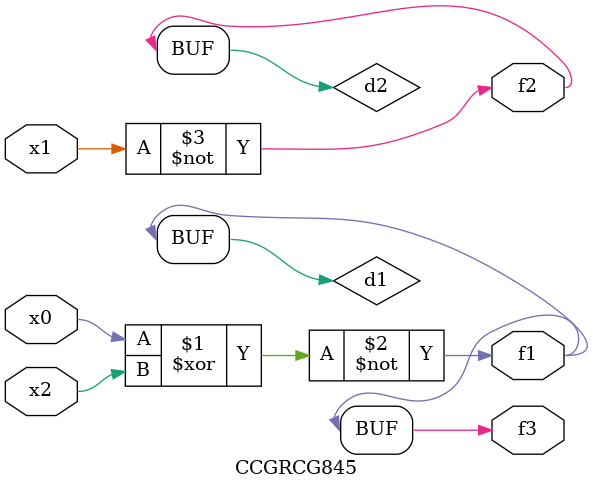
<source format=v>
module CCGRCG845(
	input x0, x1, x2,
	output f1, f2, f3
);

	wire d1, d2, d3;

	xnor (d1, x0, x2);
	nand (d2, x1);
	nor (d3, x1, x2);
	assign f1 = d1;
	assign f2 = d2;
	assign f3 = d1;
endmodule

</source>
